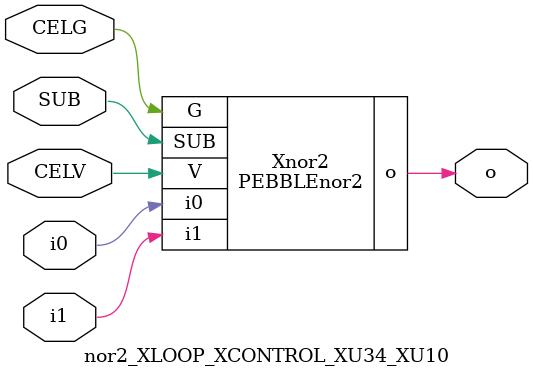
<source format=v>



module PEBBLEnor2 ( o, G, SUB, V, i0, i1 );

  input i0;
  input V;
  input i1;
  input G;
  output o;
  input SUB;
endmodule

//Celera Confidential Do Not Copy nor2_XLOOP_XCONTROL_XU34_XU10
//Celera Confidential Symbol Generator
//nor2
module nor2_XLOOP_XCONTROL_XU34_XU10 (CELV,CELG,i0,i1,o,SUB);
input CELV;
input CELG;
input i0;
input i1;
input SUB;
output o;

//Celera Confidential Do Not Copy nor2
PEBBLEnor2 Xnor2(
.V (CELV),
.i0 (i0),
.i1 (i1),
.o (o),
.SUB (SUB),
.G (CELG)
);
//,diesize,PEBBLEnor2

//Celera Confidential Do Not Copy Module End
//Celera Schematic Generator
endmodule

</source>
